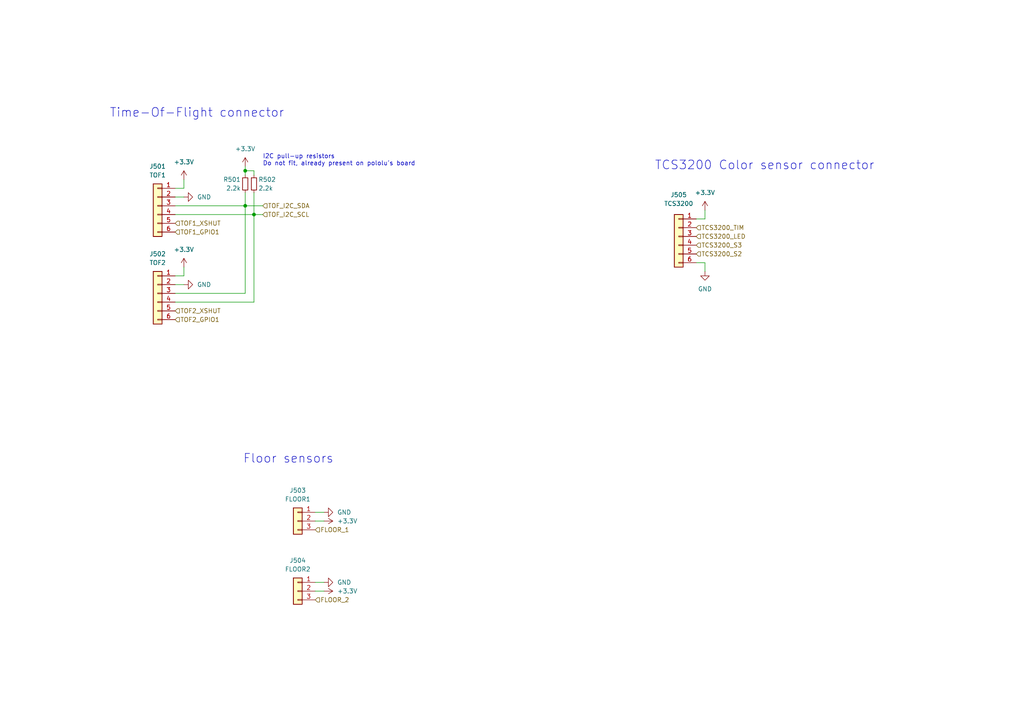
<source format=kicad_sch>
(kicad_sch (version 20211123) (generator eeschema)
  (paper "A4")
  (lib_symbols
    (symbol "Connector_Generic:Conn_01x03" (pin_names (offset 1.016) hide)
      (property "Reference" "J" (at 0 5.08 0))
      (property "Value" "Conn_01x03" (at 0 -5.08 0))
      (symbol "Conn_01x03_1_1"
        (rectangle (start -1.27 -2.413) (end 0 -2.667) (stroke (width 0.1524)))
        (rectangle (start -1.27 0.127) (end 0 -0.127) (stroke (width 0.1524)))
        (rectangle (start -1.27 2.667) (end 0 2.413) (stroke (width 0.1524)))
        (rectangle (start -1.27 3.81) (end 1.27 -3.81) (stroke (width 0.254)) (fill (type background)))
        (pin passive line (at -5.08 2.54 0) (length 3.81) (name "Pin_1") (number "1"))
        (pin passive line (at -5.08 0 0) (length 3.81) (name "Pin_2") (number "2"))
        (pin passive line (at -5.08 -2.54 0) (length 3.81) (name "Pin_3") (number "3"))
      )
    )
    (symbol "Connector_Generic:Conn_01x06" (pin_names (offset 1.016) hide)
      (property "Reference" "J" (at 0 7.62 0))
      (property "Value" "Conn_01x06" (at 0 -10.16 0))
      (symbol "Conn_01x06_1_1"
        (rectangle (start -1.27 -7.493) (end 0 -7.747) (stroke (width 0.1524)))
        (rectangle (start -1.27 -4.953) (end 0 -5.207) (stroke (width 0.1524)))
        (rectangle (start -1.27 -2.413) (end 0 -2.667) (stroke (width 0.1524)))
        (rectangle (start -1.27 0.127) (end 0 -0.127) (stroke (width 0.1524)))
        (rectangle (start -1.27 2.667) (end 0 2.413) (stroke (width 0.1524)))
        (rectangle (start -1.27 5.207) (end 0 4.953) (stroke (width 0.1524)))
        (rectangle (start -1.27 6.35) (end 1.27 -8.89) (stroke (width 0.254)) (fill (type background)))
        (pin passive line (at -5.08 5.08 0) (length 3.81) (name "Pin_1") (number "1"))
        (pin passive line (at -5.08 2.54 0) (length 3.81) (name "Pin_2") (number "2"))
        (pin passive line (at -5.08 0 0) (length 3.81) (name "Pin_3") (number "3"))
        (pin passive line (at -5.08 -2.54 0) (length 3.81) (name "Pin_4") (number "4"))
        (pin passive line (at -5.08 -5.08 0) (length 3.81) (name "Pin_5") (number "5"))
        (pin passive line (at -5.08 -7.62 0) (length 3.81) (name "Pin_6") (number "6"))
      )
    )
    (symbol "Device:R_Small" (pin_numbers hide) (pin_names (offset 0.254) hide)
      (property "Reference" "R" (at 0.762 0.508 0))
      (property "Value" "R_Small" (at 0.762 -1.016 0))
      (symbol "R_Small_0_1"
        (rectangle (start -0.762 1.778) (end 0.762 -1.778) (stroke (width 0.2032)))
      )
      (symbol "R_Small_1_1"
        (pin passive line (at 0 2.54 270) (length 0.762) (name "~") (number "1"))
        (pin passive line (at 0 -2.54 90) (length 0.762) (name "~") (number "2"))
      )
    )
    (symbol "power:+3.3V" (power) (pin_names (offset 0))
      (property "Value" "+3.3V" (at 0 3.556 0))
      (symbol "+3.3V_0_1"
        (polyline (pts (xy -0.762 1.27) (xy 0 2.54)))
        (polyline (pts (xy 0 0) (xy 0 2.54)))
        (polyline (pts (xy 0 2.54) (xy 0.762 1.27)))
      )
      (symbol "+3.3V_1_1"
        (pin power_in line (at 0 0 90) (length 0) hide (name "+3.3V") (number "1"))
      )
    )
    (symbol "power:GND" (power) (pin_names (offset 0))
      (property "Value" "GND" (at 0 -3.81 0))
      (symbol "GND_0_1"
        (polyline (pts (xy 0 0) (xy 0 -1.27) (xy 1.27 -1.27) (xy 0 -2.54) (xy -1.27 -1.27) (xy 0 -1.27)))
      )
      (symbol "GND_1_1"
        (pin power_in line (at 0 0 270) (length 0) hide (name "GND") (number "1"))
      )
    )
  )
  (junction (at 71.12 59.69))
  (junction (at 71.12 49.53))
  (junction (at 73.66 62.23))
  (wire (pts (xy 76.2 62.23) (xy 73.66 62.23)))
  (wire (pts (xy 76.2 59.69) (xy 71.12 59.69)))
  (wire (pts (xy 50.8 57.15) (xy 53.34 57.15)))
  (wire (pts (xy 71.12 59.69) (xy 71.12 85.09)))
  (wire (pts (xy 204.47 63.5) (xy 201.93 63.5)))
  (wire (pts (xy 71.12 55.88) (xy 71.12 59.69)))
  (wire (pts (xy 91.44 151.13) (xy 93.98 151.13)))
  (wire (pts (xy 53.34 80.01) (xy 53.34 77.47)))
  (wire (pts (xy 73.66 87.63) (xy 50.8 87.63)))
  (wire (pts (xy 204.47 76.2) (xy 201.93 76.2)))
  (wire (pts (xy 73.66 55.88) (xy 73.66 62.23)))
  (wire (pts (xy 204.47 60.96) (xy 204.47 63.5)))
  (wire (pts (xy 91.44 148.59) (xy 93.98 148.59)))
  (wire (pts (xy 71.12 49.53) (xy 71.12 50.8)))
  (wire (pts (xy 71.12 85.09) (xy 50.8 85.09)))
  (wire (pts (xy 91.44 168.91) (xy 93.98 168.91)))
  (wire (pts (xy 204.47 78.74) (xy 204.47 76.2)))
  (wire (pts (xy 73.66 49.53) (xy 73.66 50.8)))
  (wire (pts (xy 53.34 54.61) (xy 53.34 52.07)))
  (wire (pts (xy 73.66 62.23) (xy 73.66 87.63)))
  (wire (pts (xy 50.8 54.61) (xy 53.34 54.61)))
  (wire (pts (xy 71.12 59.69) (xy 50.8 59.69)))
  (wire (pts (xy 73.66 62.23) (xy 50.8 62.23)))
  (wire (pts (xy 91.44 171.45) (xy 93.98 171.45)))
  (wire (pts (xy 71.12 49.53) (xy 73.66 49.53)))
  (wire (pts (xy 50.8 80.01) (xy 53.34 80.01)))
  (wire (pts (xy 71.12 48.26) (xy 71.12 49.53)))
  (wire (pts (xy 50.8 82.55) (xy 53.34 82.55)))
  (text "TCS3200 Color sensor connector" (at 189.865 49.53 0) (effects (font (size 2.54 2.54)) (justify left bottom)))
  (text "Time-Of-Flight connector" (at 31.75 34.29 0) (effects (font (size 2.54 2.54)) (justify left bottom)))
  (text "Floor sensors" (at 70.485 134.62 0) (effects (font (size 2.54 2.54)) (justify left bottom)))
  (text "I2C pull-up resistors\nDo not fit, already present on pololu's board" (at 76.2 48.26 0) (effects (font (size 1.27 1.27)) (justify left bottom)))
  (hierarchical_label "TOF1_GPIO1" (shape input) (at 50.8 67.31 0))
  (hierarchical_label "TOF1_XSHUT" (shape input) (at 50.8 64.77 0))
  (hierarchical_label "TCS3200_S2" (shape input) (at 201.93 73.66 0))
  (hierarchical_label "TCS3200_S3" (shape input) (at 201.93 71.12 0))
  (hierarchical_label "TCS3200_TIM" (shape input) (at 201.93 66.04 0))
  (hierarchical_label "FLOOR_2" (shape input) (at 91.44 173.99 0))
  (hierarchical_label "TOF_I2C_SDA" (shape input) (at 76.2 59.69 0))
  (hierarchical_label "FLOOR_1" (shape input) (at 91.44 153.67 0))
  (hierarchical_label "TOF2_XSHUT" (shape input) (at 50.8 90.17 0))
  (hierarchical_label "TCS3200_LED" (shape input) (at 201.93 68.58 0))
  (hierarchical_label "TOF_I2C_SCL" (shape input) (at 76.2 62.23 0))
  (hierarchical_label "TOF2_GPIO1" (shape input) (at 50.8 92.71 0))
  (symbol (lib_id "power:GND") (at 53.34 82.55 90) (unit 1)
    (property "Reference" "#PWR0504" (effects hide))
    (property "Value" "GND" (at 57.15 82.5499 90) (effects (justify right)))
  )
  (symbol (lib_id "Device:R_Small") (at 73.66 53.34 0) (unit 1)
    (property "Reference" "R502" (at 74.93 52.07 0) (effects (justify left)))
    (property "Value" "2.2k" (at 74.93 54.61 0) (effects (justify left)))
    (property "Footprint" "Resistor_SMD:R_0603_1608Metric" (effects hide))
  )
  (symbol (lib_id "Connector_Generic:Conn_01x06") (at 45.72 85.09 0) (mirror y) (unit 1)
    (property "Reference" "J502" (at 45.72 73.66 0))
    (property "Value" "TOF2" (at 45.72 76.2 0))
    (property "Footprint" "Connector_JST:JST_XH_B6B-XH-A_1x06_P2.50mm_Vertical" (effects hide))
  )
  (symbol (lib_id "Connector_Generic:Conn_01x03") (at 86.36 171.45 0) (mirror y) (unit 1)
    (property "Reference" "J504" (at 86.36 162.56 0))
    (property "Value" "FLOOR2" (at 86.36 165.1 0))
    (property "Footprint" "Connector_JST:JST_XH_B3B-XH-A_1x03_P2.50mm_Vertical" (effects hide))
  )
  (symbol (lib_id "power:+3.3V") (at 93.98 171.45 270) (unit 1)
    (property "Reference" "#PWR0111" (effects hide))
    (property "Value" "+3.3V" (at 97.79 171.4499 90) (effects (justify left)))
  )
  (symbol (lib_id "power:+3.3V") (at 71.12 48.26 0) (unit 1)
    (property "Reference" "#PWR0108" (effects hide))
    (property "Value" "+3.3V" (at 71.12 43.18 0))
  )
  (symbol (lib_id "Connector_Generic:Conn_01x03") (at 86.36 151.13 0) (mirror y) (unit 1)
    (property "Reference" "J503" (at 86.36 142.24 0))
    (property "Value" "FLOOR1" (at 86.36 144.78 0))
    (property "Footprint" "Connector_JST:JST_XH_B3B-XH-A_1x03_P2.50mm_Vertical" (effects hide))
  )
  (symbol (lib_id "Connector_Generic:Conn_01x06") (at 196.85 68.58 0) (mirror y) (unit 1)
    (property "Reference" "J505" (at 196.85 56.515 0))
    (property "Value" "TCS3200" (at 196.85 59.055 0))
    (property "Footprint" "Connector_JST:JST_XH_B6B-XH-A_1x06_P2.50mm_Vertical" (effects hide))
  )
  (symbol (lib_id "Device:R_Small") (at 71.12 53.34 0) (mirror y) (unit 1)
    (property "Reference" "R501" (at 69.85 52.07 0) (effects (justify left)))
    (property "Value" "2.2k" (at 69.85 54.61 0) (effects (justify left)))
    (property "Footprint" "Resistor_SMD:R_0603_1608Metric" (effects hide))
  )
  (symbol (lib_id "power:GND") (at 93.98 168.91 90) (unit 1)
    (property "Reference" "#PWR0508" (effects hide))
    (property "Value" "GND" (at 97.79 168.9099 90) (effects (justify right)))
  )
  (symbol (lib_id "power:GND") (at 93.98 148.59 90) (unit 1)
    (property "Reference" "#PWR0506" (effects hide))
    (property "Value" "GND" (at 97.79 148.5899 90) (effects (justify right)))
  )
  (symbol (lib_id "power:GND") (at 53.34 57.15 90) (unit 1)
    (property "Reference" "#PWR0502" (effects hide))
    (property "Value" "GND" (at 57.15 57.1499 90) (effects (justify right)))
  )
  (symbol (lib_id "power:+3.3V") (at 93.98 151.13 270) (unit 1)
    (property "Reference" "#PWR0112" (effects hide))
    (property "Value" "+3.3V" (at 97.79 151.1299 90) (effects (justify left)))
  )
  (symbol (lib_id "power:GND") (at 204.47 78.74 0) (unit 1)
    (property "Reference" "#PWR0511" (effects hide))
    (property "Value" "GND" (at 204.47 83.82 0))
  )
  (symbol (lib_id "Connector_Generic:Conn_01x06") (at 45.72 59.69 0) (mirror y) (unit 1)
    (property "Reference" "J501" (at 45.72 48.26 0))
    (property "Value" "TOF1" (at 45.72 50.8 0))
    (property "Footprint" "Connector_JST:JST_XH_B6B-XH-A_1x06_P2.50mm_Vertical" (effects hide))
  )
  (symbol (lib_id "power:+3.3V") (at 53.34 52.07 0) (unit 1)
    (property "Reference" "#PWR0109" (effects hide))
    (property "Value" "+3.3V" (at 53.34 46.99 0))
  )
  (symbol (lib_id "power:+3.3V") (at 53.34 77.47 0) (unit 1)
    (property "Reference" "#PWR0110" (effects hide))
    (property "Value" "+3.3V" (at 53.34 72.39 0))
  )
  (symbol (lib_id "power:+3.3V") (at 204.47 60.96 0) (unit 1)
    (property "Reference" "#PWR0113" (effects hide))
    (property "Value" "+3.3V" (at 204.47 55.88 0))
  )
)
</source>
